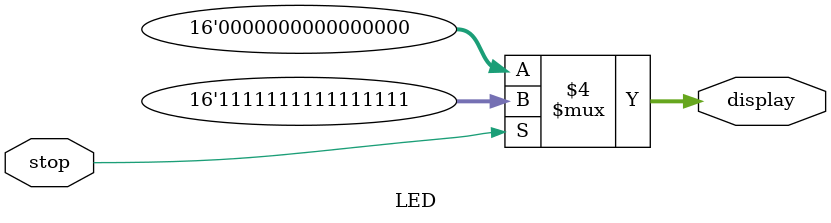
<source format=v>
`timescale 1ns / 1ps

module LED(
    stop,
    display
);
    input stop;
    output [15:0]display;
    
    reg [15:0]display;

    always @*
        if (stop == 1)
            display = 16'b1111111111111111;
        else 
            display = 16'b0;
endmodule

</source>
